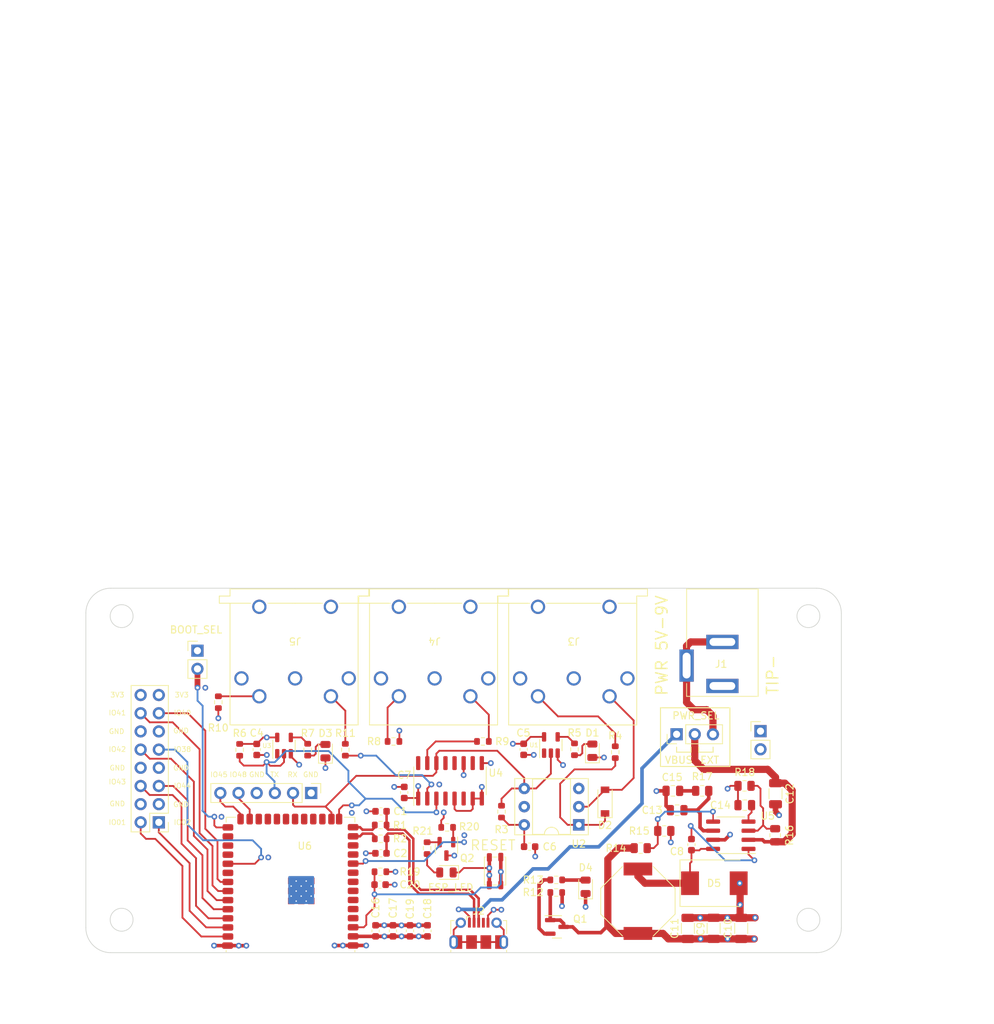
<source format=kicad_pcb>
(kicad_pcb (version 20211014) (generator pcbnew)
  (layers (0 "F.Cu" signal) (1 "In1.Cu" signal) (2 "In2.Cu" signal) (31 "B.Cu" signal) (34 "B.Paste" user) (35 "F.Paste" user) (36 "B.SilkS" user "B.Silkscreen") (37 "F.SilkS" user "F.Silkscreen") (38 "B.Mask" user) (39 "F.Mask" user) (44 "Edge.Cuts" user))
  (net 0 "")
  (net 1 "+3V3")
  (net 2 "GND")
  (net 3 "Net-(D1-Pad2)")
  (net 4 "/d_P")
  (net 5 "/d_N")
  (net 6 "Net-(C8-Pad1)")
  (net 7 "Net-(C8-Pad2)")
  (net 8 "Net-(C13-Pad1)")
  (net 9 "/ESP-WROOM-32/nRESET")
  (net 10 "Net-(D4-Pad2)")
  (net 11 "/ESP-WROOM-32/MIDI_RX")
  (net 12 "/ESP-WROOM-32/MIDI_TX")
  (net 13 "Net-(Q1-Pad2)")
  (net 14 "/ESP-WROOM-32/IO41")
  (net 15 "Net-(ESP_LED1-Pad2)")
  (net 16 "/ESP-WROOM-32/IO40")
  (net 17 "/ESP-WROOM-32/IO38")
  (net 18 "VBUS")
  (net 19 "/ESP-WROOM-32/LED")
  (net 20 "Net-(R5-Pad1)")
  (net 21 "Net-(C14-Pad1)")
  (net 22 "Net-(R9-Pad2)")
  (net 23 "Net-(R11-Pad2)")
  (net 24 "Net-(R14-Pad2)")
  (net 25 "Net-(C15-Pad1)")
  (net 26 "Net-(R16-Pad2)")
  (net 27 "Net-(D2-Pad1)")
  (net 28 "Net-(D2-Pad2)")
  (net 29 "Net-(D3-Pad2)")
  (net 34 "Net-(R7-Pad1)")
  (net 39 "Net-(J4-Pad4)")
  (net 42 "Net-(J5-Pad5)")
  (net 43 "Net-(J5-Pad4)")
  (net 46 "Net-(Q2-Pad2)")
  (net 48 "unconnected-(J2-Pad6)")
  (net 49 "/POWER/VIN")
  (net 50 "Net-(J1-Pad2)")
  (net 54 "Net-(J3-Pad4)")
  (net 55 "Net-(J4-Pad5)")
  (net 56 "/ESP-WROOM-32/IO02")
  (net 57 "/USB_DP")
  (net 58 "/USB_DN")
  (net 59 "Net-(BOOT_SEL1-Pad2)")
  (net 60 "/ESP-WROOM-32/IO42")
  (net 74 "/ESP-WROOM-32/IO48")
  (net 79 "/ESP-WROOM-32/IO45")
  (net 81 "/ESP-WROOM-32/RXDO")
  (net 82 "/ESP-WROOM-32/TXD0")
  (net 83 "/ESP-WROOM-32/IO01")
  (footprint "Resistor_SMD:R_0603_1608Metric" (layer "F.Cu") (at 140.7 81.4 -90)
    (fp_text reference "R5")
    (fp_text value "430R")
  )
  (footprint "Resistor_SMD:R_0603_1608Metric" (layer "F.Cu") (at 138.15 99.6375)
    (fp_text reference "R13")
    (fp_text value "330R")
  )
  (footprint "Resistor_SMD:R_0603_1608Metric" (layer "F.Cu") (at 127.9 80.3 180)
    (fp_text reference "R9")
    (fp_text value "10R")
  )
  (footprint "Package_TO_SOT_SMD:SOT-23" (layer "F.Cu") (at 138.25 106.2)
    (fp_text reference "Q1")
    (fp_text value "2N7002")
  )
  (footprint "Capacitor_SMD:C_0603_1608Metric" (layer "F.Cu") (at 113.65 95.92 180)
    (fp_text reference "C2")
    (fp_text value "0.1uF")
  )
  (footprint "User_Global_Library:FC68148_DC_BARREL" (layer "F.Cu") (at 156.37 74.005)
    (fp_text reference "J1")
    (fp_text value "Barrel_Jack_Switch_Pin3Ring")
  )
  (footprint "Resistor_SMD:R_0603_1608Metric" (layer "F.Cu") (at 122.9 92.3)
    (fp_text reference "R20")
    (fp_text value "10K")
  )
  (footprint "User_Global_Library:SRU1038-5R2Y" (layer "F.Cu") (at 144.3125 96.9625 -90)
    (fp_text reference "SRU1038-5R2Y1" hide)
    (fp_text value "5.2uH (DCR: 0.022R) (IDC:4.6A)")
  )
  (footprint "Connector_PinHeader_2.54mm:PinHeader_1x06_P2.54mm_Vertical" (layer "F.Cu") (at 103.9 87.5 -90)
    (fp_text reference "J6" hide)
    (fp_text value "Conn_01x06_Male")
  )
  (footprint "User_Global_Library:ESP32-S3-WROOM-1" (layer "F.Cu") (at 110.9075 89.9925 180)
    (fp_text reference "U6")
    (fp_text value "ESP32-S3-WROOM-1" hide)
  )
  (footprint "Capacitor_SMD:C_0603_1608Metric" (layer "F.Cu") (at 134.43 95)
    (fp_text reference "C6")
    (fp_text value "0.1uF")
  )
  (footprint "Capacitor_SMD:C_0603_1608Metric" (layer "F.Cu") (at 113.66 90.06)
    (fp_text reference "C1")
    (fp_text value "0.1uF")
  )
  (footprint "Capacitor_SMD:C_0603_1608Metric" (layer "F.Cu") (at 133.6 81.4 -90)
    (fp_text reference "C5")
    (fp_text value "0.1uF")
  )
  (footprint "LED_SMD:LED_0805_2012Metric" (layer "F.Cu") (at 142.25 100.6 90)
    (fp_text reference "D4")
    (fp_text value "LED")
  )
  (footprint "Resistor_SMD:R_0603_1608Metric" (layer "F.Cu") (at 130.5 90.1 -90)
    (fp_text reference "R3")
    (fp_text value "1K")
  )
  (footprint "Capacitor_SMD:C_0603_1608Metric" (layer "F.Cu") (at 112.9 106.75 -90)
    (fp_text reference "C16")
    (fp_text value "0.1uF")
  )
  (footprint "Connector_PinHeader_2.54mm:PinHeader_1x02_P2.54mm_Vertical" (layer "F.Cu") (at 166.7 78.86)
    (fp_text reference "CONN1" hide)
    (fp_text value "Conn_01x02_Male")
  )
  (footprint "Capacitor_SMD:C_0603_1608Metric" (layer "F.Cu") (at 157.05 94.71 90)
    (fp_text reference "C8")
    (fp_text value "100nF")
  )
  (footprint "Resistor_SMD:R_0603_1608Metric" (layer "F.Cu") (at 93.9 81.47 90)
    (fp_text reference "R6")
    (fp_text value "10K")
  )
  (footprint "Resistor_SMD:R_0603_1608Metric" (layer "F.Cu") (at 113.575 98.5)
    (fp_text reference "R19")
    (fp_text value "10K")
  )
  (footprint "Capacitor_SMD:C_0805_2012Metric" (layer "F.Cu") (at 155.05 89.9 180)
    (fp_text reference "C13")
    (fp_text value "10pF 50VDC")
  )
  (footprint "Resistor_SMD:R_0805_2012Metric" (layer "F.Cu") (at 168.75 93.4 90)
    (fp_text reference "R16")
    (fp_text value "169k (63mW)")
  )
  (footprint "Capacitor_SMD:C_0805_2012Metric" (layer "F.Cu") (at 154.45 87.2 180)
    (fp_text reference "C15")
    (fp_text value "1.2nF 50VDC")
  )
  (footprint "Diode_SMD:D_SMC" (layer "F.Cu") (at 160.25 100.1)
    (fp_text reference "D5")
    (fp_text value "B540C-13-F (VRRM:40VDC) (Io:5A)")
  )
  (footprint "Capacitor_SMD:C_1206_3216Metric" (layer "F.Cu") (at 168.8 87.6 -90)
    (fp_text reference "C12")
    (fp_text value "22uF 16VDC")
  )
  (footprint "Resistor_SMD:R_0603_1608Metric" (layer "F.Cu") (at 113.61 91.975)
    (fp_text reference "R1")
    (fp_text value "0R")
  )
  (footprint "User_Global_Library:SPST_SW_3x4X2" (layer "F.Cu") (at 130.4 100.1 90)
    (fp_text reference "U7" hide)
    (fp_text value "SPST_SW_3x4x2H")
  )
  (footprint "Resistor_SMD:R_0805_2012Metric" (layer "F.Cu") (at 153.25 92.8)
    (fp_text reference "R15")
    (fp_text value "3.24K (63mW)")
  )
  (footprint "Package_TO_SOT_SMD:SOT-23-5" (layer "F.Cu") (at 137.4 80.8 90)
    (fp_text reference "U1")
    (fp_text value "SN74LVC1G04DBVR")
  )
  (footprint "Package_SO:SOIC-16_3.9x9.9mm_P1.27mm" (layer "F.Cu") (at 123.3 85.8 90)
    (fp_text reference "U4")
    (fp_text value "74HC4050")
  )
  (footprint "Resistor_SMD:R_0805_2012Metric" (layer "F.Cu") (at 158.55 87.2 180)
    (fp_text reference "R17")
    (fp_text value "23.2K (63mW)")
  )
  (footprint "Resistor_SMD:R_0805_2012Metric" (layer "F.Cu") (at 164.4625 86.5 180)
    (fp_text reference "R18")
    (fp_text value "69.8k (63mW)")
  )
  (footprint "Diode_SMD:D_SOD-123" (layer "F.Cu") (at 144.97 88.7 90)
    (fp_text reference "D2")
    (fp_text value "1N4148W")
  )
  (footprint "Connector_PinHeader_2.54mm:PinHeader_2x08_P2.54mm_Vertical" (layer "F.Cu") (at 82.6 91.6 180)
    (fp_text reference "J7" hide)
    (fp_text value "Conn_02x08_Odd_Even")
  )
  (footprint "User_Global_Library:5PIN_DIN" (layer "F.Cu") (at 140.6 59 180)
    (fp_text reference "J3")
    (fp_text value "DIN-5_180degree")
  )
  (footprint "Capacitor_SMD:C_0603_1608Metric" (layer "F.Cu") (at 96.29 81.42 -90)
    (fp_text reference "C4")
    (fp_text value "0.1uF")
  )
  (footprint "Capacitor_SMD:C_1206_3216Metric" (layer "F.Cu") (at 164 106.41 90)
    (fp_text reference "C10")
    (fp_text value "47uF")
  )
  (footprint "LED_SMD:LED_0805_2012Metric" (layer "F.Cu") (at 143.2 81.6 90)
    (fp_text reference "D1")
    (fp_text value "LED")
  )
  (footprint "Package_SO:SOIC-8_3.9x4.9mm_P1.27mm" (layer "F.Cu") (at 162.55 93.4 180)
    (fp_text reference "U5")
    (fp_text value "TPS54331DR")
  )
  (footprint "Capacitor_SMD:C_0603_1608Metric" (layer "F.Cu") (at 115.33 106.75 -90)
    (fp_text reference "C17")
    (fp_text value "0.1uF")
  )
  (footprint "Resistor_SMD:R_0603_1608Metric" (layer "F.Cu") (at 120.1 95.2 90)
    (fp_text reference "R21")
    (fp_text value "430R")
  )
  (footprint "Package_DIP:DIP-6_W7.62mm_Socket" (layer "F.Cu") (at 141.3 91.95 180)
    (fp_text reference "U2")
    (fp_text value "H11L1")
  )
  (footprint "Capacitor_SMD:C_0603_1608Metric" (layer "F.Cu") (at 116.9 87.425 90)
    (fp_text reference "C7")
    (fp_text value "0.1uF")
  )
  (footprint "Connector_PinHeader_2.54mm:PinHeader_1x03_P2.54mm_Vertical" (layer "F.Cu") (at 154.975 79.3 90)
    (fp_text reference "PWR_SEL")
    (fp_text value "Conn_01x03_Male")
  )
  (footprint "Capacitor_SMD:C_0603_1608Metric" (layer "F.Cu") (at 117.71 106.75 -90)
    (fp_text reference "C19")
    (fp_text value "1uF")
  )
  (footprint "Capacitor_SMD:C_1206_3216Metric" (layer "F.Cu") (at 160.15 106.4 90)
    (fp_text reference "C9")
    (fp_text value "47uF")
  )
  (footprint "Package_TO_SOT_SMD:SOT-23" (layer "F.Cu") (at 122.8 95.3 -90)
    (fp_text reference "Q2")
    (fp_text value "2N7002")
  )
  (footprint "Capacitor_SMD:C_1206_3216Metric" (layer "F.Cu") (at 156.55 106.41 90)
    (fp_text reference "C11")
    (fp_text value "47uF")
  )
  (footprint "Resistor_SMD:R_0603_1608Metric" (layer "F.Cu") (at 113.61 93.9)
    (fp_text reference "R2")
    (fp_text value "0R")
  )
  (footprint "Resistor_SMD:R_0805_2012Metric" (layer "F.Cu") (at 149.95 95.2)
    (fp_text reference "R14")
    (fp_text value "10.2K (63mW)")
  )
  (footprint "User_Global_Library:5PIN_DIN" (layer "F.Cu") (at 101.65 58.995 180)
    (fp_text reference "J5")
    (fp_text value "DIN-5_180degree")
  )
  (footprint "Connector_USB:USB_Micro-B_Molex-105017-0001" (layer "F.Cu") (at 127.31 107.08)
    (fp_text reference "J2")
    (fp_text value "USB_B_Micro")
  )
  (footprint "LED_SMD:LED_0805_2012Metric" (layer "F.Cu") (at 105.89 81.66 90)
    (fp_text reference "D3")
    (fp_text value "LED")
  )
  (footprint "Capacitor_SMD:C_0603_1608Metric" (layer "F.Cu") (at 120.15 106.75 -90)
    (fp_text reference "C18")
    (fp_text value "22uF")
  )
  (footprint "LED_SMD:LED_0805_2012Metric" (layer "F.Cu") (at 122.8 98.6 180)
    (fp_text reference "ESP_LED")
    (fp_text value "LED")
  )
  (footprint "Resistor_SMD:R_0603_1608Metric" (layer "F.Cu") (at 90.92 74.82 -90)
    (fp_text reference "R10")
    (fp_text value "33R")
  )
  (footprint "Connector_PinHeader_2.54mm:PinHeader_1x02_P2.54mm_Vertical" (layer "F.Cu") (at 88 67.625)
    (fp_text reference "BOOT_SEL")
    (fp_text value "Conn_01x02_Male")
  )
  (footprint "Resistor_SMD:R_0603_1608Metric" (layer "F.Cu") (at 138.15 101.4 180)
    (fp_text reference "R12")
    (fp_text value "10K")
  )
  (footprint "Package_TO_SOT_SMD:SOT-23-5" (layer "F.Cu") (at 100.1 80.88 90)
    (fp_text reference "U3")
    (fp_text value "SN74LVC1G04DBVR")
  )
  (footprint "Resistor_SMD:R_0603_1608Metric" (layer "F.Cu") (at 103.41 81.45 -90)
    (fp_text reference "R7")
    (fp_text value "430R")
  )
  (footprint "User_Global_Library:5PIN_DIN" (layer "F.Cu") (at 121.15 58.995 180)
    (fp_text reference "J4")
    (fp_text value "DIN-5_180degree")
  )
  (footprint "Resistor_SMD:R_0603_1608Metric" (layer "F.Cu") (at 146.4 81.8 -90)
    (fp_text reference "R4")
    (fp_text value "220R")
  )
  (footprint "Capacitor_SMD:C_0805_2012Metric" (layer "F.Cu") (at 164.5025 89.2 180)
    (fp_text reference "C14")
    (fp_text value "8.2nF 10VDC")
  )
  (footprint "Resistor_SMD:R_0603_1608Metric" (layer "F.Cu") (at 108.67 81.46 -90)
    (fp_text reference "R11")
    (fp_text value "10R")
  )
  (footprint "Resistor_SMD:R_0603_1608Metric" (layer "F.Cu") (at 115.4 80.3)
    (fp_text reference "R8")
    (fp_text value "33R")
  )
  (footprint "Capacitor_SMD:C_0603_1608Metric" (layer "F.Cu") (at 113.525 100.3 180)
    (fp_text reference "C20")
    (fp_text value "0.1uF")
  )
  (gr_rect (start 152.725 75.6) (end 162.425 83.8) (layer "F.SilkS") (width 0.15) (fill none))
  (gr_line (start 156.975 81.8) (end 156.975 81.1) (layer "F.SilkS") (width 0.15))
  (gr_line (start 160.075 81.8) (end 160.075 81.1) (layer "F.SilkS") (width 0.15))
  (gr_line (start 154.975 81.8) (end 156.975 81.8) (layer "F.SilkS") (width 0.15))
  (gr_line (start 158.075 81.1) (end 158.075 81.8) (layer "F.SilkS") (width 0.15))
  (gr_line (start 158.075 81.8) (end 160.075 81.8) (layer "F.SilkS") (width 0.15))
  (gr_line (start 154.975 81.1) (end 154.975 81.8) (layer "F.SilkS") (width 0.15))
  (gr_circle (center 173.4 105.203515) (end 175 105.203515) (layer "Edge.Cuts") (width 0.1) (fill none))
  (gr_circle (center 77.4 105.2) (end 79 105.2) (layer "Edge.Cuts") (width 0.1) (fill none))
  (gr_arc (start 174.541124 58.899999) (mid 176.989385 59.939622) (end 178 62.4) (layer "Edge.Cuts") (width 0.1))
  (gr_circle (center 77.4 62.8) (end 79 62.8) (layer "Edge.Cuts") (width 0.1) (fill none))
  (gr_arc (start 72.399999 62.358876) (mid 73.439622 59.910615) (end 75.9 58.9) (layer "Edge.Cuts") (width 0.1))
  (gr_line (start 178 62.4) (end 178.000001 106.341124) (layer "Edge.Cuts") (width 0.1))
  (gr_line (start 174.5 109.8) (end 75.858876 109.800001) (layer "Edge.Cuts") (width 0.1))
  (gr_circle (center 173.4 62.8) (end 175 62.8) (layer "Edge.Cuts") (width 0.1) (fill none))
  (gr_line (start 75.9 58.9) (end 174.541124 58.899999) (layer "Edge.Cuts") (width 0.1))
  (gr_line (start 72.4 106.3) (end 72.399999 62.358876) (layer "Edge.Cuts") (width 0.1))
  (gr_arc (start 178.000001 106.341124) (mid 176.960378 108.789385) (end 174.5 109.8) (layer "Edge.Cuts") (width 0.1))
  (gr_arc (start 75.858876 109.800001) (mid 73.410615 108.760378) (end 72.4 106.3) (layer "Edge.Cuts") (width 0.1))
  (gr_text "RX\n" (at 101.29 84.94) (layer "F.SilkS") (effects (font (size 0.7 0.7) (thickness 0.1))))
  (gr_text "GND\n" (at 85.7 89.1) (layer "F.SilkS") (effects (font (size 0.7 0.7) (thickness 0.1))))
  (gr_text "TIP-" (at 168.4 71 90) (layer "F.SilkS") (effects (font (size 1.6 1.6) (thickness 0.2))))
  (gr_text "IO42\n" (at 76.8 81.4) (layer "F.SilkS") (effects (font (size 0.7 0.7) (thickness 0.1))))
  (gr_text "3V3\n" (at 76.8 73.8) (layer "F.SilkS") (effects (font (size 0.7 0.7) (thickness 0.1))))
  (gr_text "VBUS" (at 155.275 82.9) (layer "F.SilkS") (effects (font (size 1 1))))
  (gr_text "IO38\n" (at 85.9 81.4) (layer "F.SilkS") (effects (font (size 0.7 0.7) (thickness 0.1))))
  (gr_text "IO01\n" (at 76.8 91.6) (layer "F.SilkS") (effects (font (size 0.7 0.7) (thickness 0.1))))
  (gr_text "EXT\n" (at 159.6 82.9) (layer "F.SilkS") (effects (font (size 1 1))))
  (gr_text "IO43\n\n" (at 76.8 86.5) (layer "F.SilkS") (effects (font (size 0.7 0.7) (thickness 0.1))))
  (gr_text "IO40\n" (at 85.9 76.3) (layer "F.SilkS") (effects (font (size 0.7 0.7) (thickness 0.1))))
  (gr_text "IO45\n\n" (at 91 85.5) (layer "F.SilkS") (effects (font (size 0.7 0.7) (thickness 0.1))))
  (gr_text "TX\n" (at 98.78 84.93) (layer "F.SilkS") (effects (font (size 0.7 0.7) (thickness 0.1))))
  (gr_text "IO41" (at 76.8 76.3) (layer "F.SilkS") (effects (font (size 0.7 0.7) (thickness 0.1))))
  (gr_text "PWR 5V-9V" (at 152.9 66.9 90) (layer "F.SilkS") (effects (font (size 1.6 1.6) (thickness 0.2))))
  (gr_text "RESET\n" (at 129.3 94.8) (layer "F.SilkS") (effects (font (size 1.4 1.4))))
  (gr_text "GND\n" (at 96.3 84.93) (layer "F.SilkS") (effects (font (size 0.7 0.7) (thickness 0.1))))
  (gr_text "GND\n" (at 76.7 78.9) (layer "F.SilkS") (effects (font (size 0.7 0.7) (thickness 0.1))))
  (gr_text "GND\n" (at 103.84 84.93) (layer "F.SilkS") (effects (font (size 0.7 0.7) (thickness 0.1))))
  (gr_text "GND\n" (at 76.8 89) (layer "F.SilkS") (effects (font (size 0.7 0.7) (thickness 0.1))))
  (gr_text "IO48\n" (at 93.7 84.93) (layer "F.SilkS") (effects (font (size 0.7 0.7) (thickness 0.1))))
  (gr_text "GND\n" (at 76.8 84) (layer "F.SilkS") (effects (font (size 0.7 0.7) (thickness 0.1))))
  (gr_text "IO02\n" (at 85.9 91.6) (layer "F.SilkS") (effects (font (size 0.7 0.7) (thickness 0.1))))
  (gr_text "3V3\n" (at 85.8 73.8) (layer "F.SilkS") (effects (font (size 0.7 0.7) (thickness 0.1))))
  (gr_text "IO44" (at 85.9 86.5) (layer "F.SilkS") (effects (font (size 0.7 0.7) (thickness 0.1))))
  (gr_text "GND\n" (at 85.7 78.8) (layer "F.SilkS") (effects (font (size 0.7 0.7) (thickness 0.1))))
  (gr_text "GND\n" (at 85.7 84) (layer "F.SilkS") (effects (font (size 0.7 0.7) (thickness 0.1))))
  (segment (start 123.9 96.237562) (end 123.899938 96.2375) (width 0.25) (layer "F.Cu") (net 1))
  (segment (start 156.53 107.955) (end 156.45 107.875) (width 0.5) (layer "F.Cu") (net 1))
  (segment (start 153.0625 107.1125) (end 149.5625 107.1125) (width 1) (layer "F.Cu") (net 1))
  (segment (start 137.3125 105.25) (end 137.3125 101.4125) (width 0.5) (layer "F.Cu") (net 1))
  (segment (start 158.325 107.875) (end 156.45 107.875) (width 1) (layer "F.Cu") (net 1))
  (segment (start 162.095 107.875) (end 159.185 107.875) (width 1) (layer "F.Cu") (net 1))
  (segment (start 159.25 107.94) (end 159.185 107.875) (width 0.5) (layer "F.Cu") (net 1))
  (segment (start 149.5625 107.1125) (end 146.4525 107.1125) (width 1) (layer "F.Cu") (net 1))
  (segment (start 116.9 88.2) (end 118.78 88.2) (width 0.25) (layer "F.Cu") (net 1))
  (segment (start 137.3125 101.4125) (end 137.325 101.4) (width 0.5) (layer "F.Cu") (net 1))
  (segment (start 114.4 98.5) (end 115.675 98.5) (width 0.25) (layer "F.Cu") (net 1))
  (segment (start 138.7 105.25) (end 137.3125 105.25) (width 0.5) (layer "F.Cu") (net 1))
  (segment (start 133.68 94.975) (end 133.68 91.95) (width 0.25) (layer "F.Cu") (net 1))
  (segment (start 116.225 80.3) (end 116.225 78.792522) (width 0.25) (layer "F.Cu") (net 1))
  (segment (start 139.1875 105.7375) (end 138.7 105.25) (width 0.5) (layer "F.Cu") (net 1))
  (segment (start 120.1475 107.5225) (end 120.15 107.525) (width 0.5) (layer "F.Cu") (net 1))
  (segment (start 164.000084 107.884916) (end 165.838645 107.884916) (width 1) (layer "F.Cu") (net 1))
  (segment (start 118.855 86.530953) (end 118.855575 86.530378) (width 0.25) (layer "F.Cu") (net 1))
  (segment (start 99.15 79.7425) (end 97.6875 79.7425) (width 0.25) (layer "F.Cu") (net 1))
  (segment (start 118.9175 107.5225) (end 120.1475 107.5225) (width 0.5) (layer "F.Cu") (net 1))
  (segment (start 90.92 75.645) (end 90.91952 75.64548) (width 0.25) (layer "F.Cu") (net 1))
  (segment (start 90.91952 75.64548) (end 90.91952 77.06048) (width 0.25) (layer "F.Cu") (net 1))
  (segment (start 156.45 107.875) (end 153.825 107.875) (width 1) (layer "F.Cu") (net 1))
  (segment (start 145.36 106.02) (end 145.36 96.74) (width 1) (layer "F.Cu") (net 1))
  (segment (start 164 107.885) (end 164.000084 107.884916) (width 1) (layer "F.Cu") (net 1))
  (segment (start 141.25 107) (end 144.38 107) (width 0.5) (layer "F.Cu") (net 1))
  (segment (start 146.9 95.2) (end 149.0375 95.2) (width 1) (layer "F.Cu") (net 1))
  (segment (start 133.6 80.625) (end 132.087887 80.625) (width 0.25) (layer "F.Cu") (net 1))
  (segment (start 116.5275 107.5225) (end 118.9175 107.5225) (width 0.5) (layer "F.Cu") (net 1))
  (segment (start 159.185 107.875) (end 158.325 107.875) (width 1) (layer "F.Cu") (net 1))
  (segment (start 146.4525 107.1125) (end 145.36 106.02) (width 1) (layer "F.Cu") (net 1))
  (segment (start 118.78 88.2) (end 118.855 88.275) (width 0.25) (layer "F.Cu") (net 1))
  (segment (start 118.855 88.275) (end 118.855 86.530953) (width 0.25) (layer "F.Cu") (net 1))
  (segment (start 139.1875 106.2) (end 140.45 106.2) (width 0.5) (layer "F.Cu") (net 1))
  (segment (start 163.85 107.875) (end 162.095 107.875) (width 1) (layer "F.Cu") (net 1))
  (segment (start 136.45 79.6625) (end 134.5625 79.6625) (width 0.25) (layer "F.Cu") (net 1))
  (segment (start 97.6875 79.7425) (end 97.1925 79.7425) (width 0.25) (layer "F.Cu") (net 1))
  (segment (start 131.525 91.95) (end 130.5 90.925) (width 0.25) (layer "F.Cu") (net 1))
  (segment (start 93.896732 80.648268) (end 93.9 80.645) (width 0.25) (layer "F.Cu") (net 1))
  (segment (start 133.655 95) (end 133.68 94.975) (width 0.25) (layer "F.Cu") (net 1))
  (segment (start 144.38 107) (end 145.36 106.02) (width 0.5) (layer "F.Cu") (net 1))
  (segment (start 97.1925 79.7425) (end 96.29 80.645) (width 0.25) (layer "F.Cu") (net 1))
  (segment (start 145.36 96.74) (end 146.9 95.2) (width 1) (layer "F.Cu") (net 1))
  (segment (start 140.45 106.2) (end 141.25 107) (width 0.5) (layer "F.Cu") (net 1))
  (segment (start 153.825 107.875) (end 153.0625 107.1125) (width 1) (layer "F.Cu") (net 1))
  (segment (start 109.7575 107.5225) (end 114.1275 107.5225) (width 0.5) (layer "F.Cu") (net 1))
  (segment (start 114.1275 107.5225) (end 116.5275 107.5225) (width 0.5) (layer "F.Cu") (net 1))
  (segment (start 134.5625 79.6625) (end 133.6 80.625) (width 0.25) (layer "F.Cu") (net 1))
  (segment (start 123.899938 96.2375) (end 122.8 96.2375) (width 0.25) (layer "F.Cu") (net 1))
  (segment (start 139.1875 106.2) (end 139.1875 105.7375) (width 0.5) (layer "F.Cu") (net 1))
  (segment (start 116.225 78.792522) (end 116.223198 78.79072) (width 0.25) (layer "F.Cu") (net 1))
  (segment (start 96.29 80.645) (end 93.9 80.645) (width 0.25) (layer "F.Cu") (net 1))
  (segment (start 133.68 91.95) (end 131.525 91.95) (width 0.25) (layer "F.Cu") (net 1))
  (segment (start 116.925 88.175) (end 116.9 88.2) (width 0.25) (layer "F.Cu") (net 1))
  (segment (start 132.087887 80.625) (end 132.087112 80.625775) (width 0.25) (layer "F.Cu") (net 1))
  (via (at 162.095 107.875) (size 0.8) (drill 0.4) (layers "F.Cu" "B.Cu") (net 1))
  (via (at 118.9175 107.5225) (size 0.8) (drill 0.4) (layers "F.Cu" "B.Cu") (net 1))
  (via (at 97.6875 79.7425) (size 0.8) (drill 0.4) (layers "F.Cu" "B.Cu") (net 1))
  (via (at 116.5275 107.5225) (size 0.8) (drill 0.4) (layers "F.Cu" "B.Cu") (net 1))
  (via (at 114.1275 107.5225) (size 0.8) (drill 0.4) (layers "F.Cu" "B.Cu") (net 1))
  (via (at 165.838645 107.884916) (size 0.8) (drill 0.4) (layers "F.Cu" "B.Cu") (net 1))
  (via (at 132.087112 80.625775) (size 0.8) (drill 0.4) (layers "F.Cu" "B.Cu") (net 1))
  (via (at 90.91952 77.06048) (size 0.8) (drill 0.4) (layers "F.Cu" "B.Cu") (net 1))
  (via (at 118.855575 86.530378) (size 0.8) (drill 0.4) (layers "F.Cu" "B.Cu") (net 1))
  (via (at 116.223198 78.79072) (size 0.8) (drill 0.4) (layers "F.Cu" "B.Cu") (net 1))
  (via (at 115.675 98.5) (size 0.8) (drill 0.4) (layers "F.Cu" "B.Cu") (net 1))
  (via (at 123.9 96.237562) (size 0.8) (drill 0.4) (layers "F.Cu" "B.Cu") (net 1))
  (via (at 158.325 107.875) (size 0.8) (drill 0.4) (layers "F.Cu" "B.Cu") (net 1))
  (segment (start 152.18 87.2) (end 152.15 87.23) (width 0.5) (layer "F.Cu") (net 2))
  (segment (start 101.1075 101.1825) (end 103.9075 101.1825) (width 0.25) (layer "F.Cu") (net 2))
  (segment (start 168.8 90.1) (end 169.3 90.6) (width 0.8) (layer "F.Cu") (net 2))
  (segment (start 138.35 81.9375) (end 138.35 82.85) (width 0.25) (layer "F.Cu") (net 2))
  (segment (start 97.685 82.195) (end 97.69 82.19) (width 0.25) (layer "F.Cu") (net 2))
  (segment (start 135.205 95) (end 135.205 96.356261) (width 0.25) (layer "F.Cu") (net 2))
  (segment (start 127.745 86.642055) (end 127.745 88.275) (width 0.25) (layer "F.Cu") (net 2))
  (segment (start 111.535 95.92) (end 111.53 95.915) (width 0.25) (layer "F.Cu") (net 2))
  (segment (start 90.3225 108.8125) (end 90.32 108.81) (width 0.5) (layer "F.Cu") (net 2))
  (segment (start 123.7375 98.6) (end 124.6 98.6) (width 0.25) (layer "F.Cu") (net 2))
  (segment (start 108.3275 108.7925) (end 109.7575 108.7925) (width 0.5) (layer "F.Cu") (net 2))
  (segment (start 144.8175 82.5375) (end 144.82 82.54) (width 0.25) (layer "F.Cu") (net 2))
  (segment (start 115.500957 86.649248) (end 116.899248 86.649248) (width 0.25) (layer "F.Cu") (net 2))
  (segment (start 153.5 89.3) (end 154.1 89.9) (width 0.5) (layer "F.Cu") (net 2))
  (segment (start 129.4 103.8) (end 130.47 103.8) (width 0.25) (layer "F.Cu") (net 2))
  (segment (start 163.85 104.925) (end 162.075 104.925) (width 1) (layer "F.Cu") (net 2))
  (segment (start 108.32 108.8) (end 108.3275 108.7925) (width 0.5) (layer "F.Cu") (net 2))
  (segment (start 168.8 89.075) (end 168.8 90.1) (width 0.8) (layer "F.Cu") (net 2))
  (segment (start 111.612814 90.06) (end 112.885 90.06) (width 0.25) (layer "F.Cu") (net 2))
  (segment (start 103.9075 99.7825) (end 103.9075 102.5825) (width 0.25) (layer "F.Cu") (net 2))
  (segment (start 92.2075 108.8125) (end 93.8675 108.8125) (width 0.5) (layer "F.Cu") (net 2))
  (segment (start 160.075 94.035) (end 161.725 94.035) (width 0.5) (layer "F.Cu") (net 2))
  (segment (start 153.5 87.2) (end 153.5 89.3) (width 0.5) (layer "F.Cu") (net 2))
  (segment (start 125.207207 85) (end 125.207207 83.327207) (width 0.25) (layer "F.Cu") (net 2))
  (segment (start 153.5 87.2) (end 152.18 87.2) (width 0.5) (layer "F.Cu") (net 2))
  (segment (start 102.5075 99.7825) (end 102.5075 102.5825) (width 0.25) (layer "F.Cu") (net 2))
  (segment (start 126.2 90) (end 124.2 90) (width 0.25) (layer "F.Cu") (net 2))
  (segment (start 93.77 108.82) (end 94.83 108.82) (width 0.5) (layer "F.Cu") (net 2))
  (segment (start 138.975 101.4) (end 138.975 103.275) (width 0.5) (layer "F.Cu") (net 2))
  (segment (start 163.55 86.5) (end 162.5 86.5) (width 0.25) (layer "F.Cu") (net 2))
  (segment (start 163.5525 89.2) (end 163.5525 86.5025) (width 0.25) (layer "F.Cu") (net 2))
  (segment (start 101.05 82.38) (end 101.05 82.0175) (width 0.25) (layer "F.Cu") (net 2))
  (segment (start 102.22 83.55) (end 101.05 82.38) (width 0.25) (layer "F.Cu") (net 2))
  (segment (start 154.1625 94.389336) (end 154.1625 92.8) (width 0.25) (layer "F.Cu") (net 2))
  (segment (start 120.15 105.975) (end 112.9 105.975) (width 0.5) (layer "F.Cu") (net 2))
  (segment (start 128.8 98.97) (end 128.8 97.98) (width 0.5) (layer "F.Cu") (net 2))
  (segment (start 128.8 100.35) (end 128.8 98.97) (width 0.5) (layer "F.Cu") (net 2))
  (segment (start 109.7575 108.7925) (end 111.5725 108.7925) (width 0.5) (layer "F.Cu") (net 2))
  (segment (start 162.075 104.925) (end 158.275 104.925) (width 1) (layer "F.Cu") (net 2))
  (segment (start 128.61 105.6175) (end 128.61 104.59) (width 0.25) (layer "F.Cu") (net 2))
  (segment (start 154.163164 94.39) (end 154.1625 94.389336) (width 0.25) (layer "F.Cu") (net 2))
  (segment (start 135.004069 82.175) (end 135.004904 82.175835) (width 0.25) (layer "F.Cu") (net 2))
  (segment (start 114.3 100.3) (end 115.575 100.3) (width 0.25) (layer "F.Cu") (net 2))
  (segment (start 126.475 88.275) (end 126.475 89.725) (width 0.25) (layer "F.Cu") (net 2))
  (segment (start 128.8 97.98) (end 128.8 96.5) (width 0.5) (layer "F.Cu") (net 2))
  (segment (start 133.6 82.175) (end 135.004069 82.175) (width 0.25) (layer "F.Cu") (net 2))
  (segment (start 101.1075 102.5825) (end 103.9075 102.5825) (width 0.25) (layer "F.Cu") (net 2))
  (segment (start 158.275 104.925) (end 156.45 104.925) (width 1) (layer "F.Cu") (net 2))
  (segment (start 163.5525 86.9025) (end 163.55 86.9) (width 0.25) (layer "F.Cu") (net 2))
  (segment (start 142.25 101.5375) (end 142.25 103.4) (width 0.5) (layer "F.Cu") (net 2))
  (segment (start 161.725 94.035) (end 162.45 93.31) (width 0.5) (layer "F.Cu") (net 2))
  (segment (start 127.744424 86.641479) (end 127.745 86.642055) (width 0.25) (layer "F.Cu") (net 2))
  (segment (start 126.475 88.275) (end 127.745 88.275) (width 0.25) (layer "F.Cu") (net 2))
  (segment (start 105.89 82.5975) (end 105.89 84.02) (width 0.25) (layer "F.Cu") (net 2))
  (segment (start 135.205 96.356261) (end 135.211441 96.362702) (width 0.25) (layer "F.Cu") (net 2))
  (segment (start 162.5 86.5) (end 162.1 86.9) (width 0.25) (layer "F.Cu") (net 2))
  (segment (start 122.075 92.3) (end 122.075 91.325) (width 0.25) (layer "F.Cu") (net 2))
  (segment (start 125.207207 83.327207) (end 125.205 83.325) (width 0.25) (layer "F.Cu") (net 2))
  (segment (start 163.5525 86.5025) (end 163.55 86.5) (width 0.25) (layer "F.Cu") (net 2))
  (segment (start 126.475 89.725) (end 126.2 90) (width 0.25) (layer "F.Cu") (net 2))
  (segment (start 143.2 82.5375) (end 144.8175 82.5375) (width 0.25) (layer "F.Cu") (net 2))
  (segment (start 128.61 104.59) (end 129.4 103.8) (width 0.25) (layer "F.Cu") (net 2))
  (segment (start 138.35 82.85) (end 139.1 83.6) (width 0.25) (layer "F.Cu") (net 2))
  (segment (start 165.935 104.925) (end 165.95 104.91) (width 1) (layer "F.Cu") (net 2))
  (segment (start 122.423437 90.976563) (end 122.423437 90.208525) (width 0.25) (layer "F.Cu") (net 2))
  (segment (start 124.2 90) (end 123.935 89.735) (width 0.25) (layer "F.Cu") (net 2))
  (segment (start 107.16 108.8) (end 108.32 108.8) (width 0.5) (layer "F.Cu") (net 2))
  (segment (start 129.005111 83.325439) (end 127.745439 83.325439) (width 0.25) (layer "F.Cu") (net 2))
  (segment (start 92.2075 108.8125) (end 90.3225 108.8125) (width 0.5) (layer "F.Cu") (net 2))
  (segment (start 163.85 104.925) (end 163.85 103.1) (width 1) (layer "F.Cu") (net 2))
  (segment (start 101.1075 99.7825) (end 103.9075 99.7825) (width 0.25) (layer "F.Cu") (net 2))
  (segment (start 112.875 95.92) (end 111.535 95.92) (width 0.25) (layer "F.Cu") (net 2))
  (segment (start 125.22 97.98) (end 128.8 97.98) (width 0.25) (layer "F.Cu") (net 2))
  (segment (start 101.1075 99.7825) (end 101.1075 102.5825) (width 0.25) (layer "F.Cu") (net 2))
  (segment (start 138.975 103.275) (end 138.95 103.3) (width 0.5) (layer "F.Cu") (net 2))
  (segment (start 123.935 89.735) (end 123.935 88.275) (width 0.25) (layer "F.Cu") (net 2))
  (segment (start 116.899248 86.649248) (end 116.9 86.65) (width 0.25) (layer "F.Cu") (net 2))
  (segment (start 96.29 82.195) (end 97.685 82.195) (width 0.25) (layer "F.Cu") (net 2))
  (segment (start 111.611195 90.061619) (end 111.612814 90.06) (width 0.25) (layer "F.Cu") (net 2))
  (segment (start 163.85 103.1) (end 163.85 100.3) (width 1) (layer "F.Cu") (net 2))
  (segment (start 124.6 98.6) (end 125.22 97.98) (width 0.25) (layer "F.Cu") (net 2))
  (segment (start 127.745439 83.325439) (end 127.745 83.325) (width 0.25) (layer "F.Cu") (net 2))
  (segment (start 111.5725 108.7925) (end 111.58 108.8) (width 0.5) (layer "F.Cu") (net 2))
  (segment (start 163.85 100.3) (end 163.65 100.1) (width 1) (layer "F.Cu") (net 2))
  (segment (start 163.85 104.925) (end 165.935 104.925) (width 1) (layer "F.Cu") (net 2))
  (segment (start 122.075 91.325) (end 122.423437 90.976563) (width 0.25) (layer "F.Cu") (net 2))
  (via (at 116.52 105.98) (size 0.8) (drill 0.4) (layers "F.Cu" "B.Cu") (net 2))
  (via (at 89.1 72.8) (size 0.8) (drill 0.4) (layers "F.Cu" "B.Cu") (net 2))
  (via (at 108.32 108.8) (size 0.8) (drill 0.4) (layers "F.Cu" "B.Cu") (net 2))
  (via (at 103.9 101.9) (size 0.4) (drill 0.2) (layers "F.Cu" "B.Cu") (net 2))
  (via (at 165.95 104.91) (size 0.8) (drill 0.4) (layers "F.Cu" "B.Cu") (net 2))
  (via (at 127.744424 86.641479) (size 0.8) (drill 0.4) (layers "F.Cu" "B.Cu") (net 2))
  (via (at 101.8 99.8) (size 0.4) (drill 0.2) (layers "F.Cu" "B.Cu") (net 2))
  (via (at 163.85 103.1) (size 0.8) (drill 0.4) (layers "F.Cu" "B.Cu") (net 2))
  (via (at 94.83 108.82) (size 0.8) (drill 0.4) (layers "F.Cu" "B.Cu") (net 2))
  (via (at 115.500957 86.649248) (size 0.8) (drill 0.4) (layers "F.Cu" "B.Cu") (net 2))
  (via (at 103.2 101.2) (size 0.4) (drill 0.2) (layers "F.Cu" "B.Cu") (net 2))
  (via (at 154.163164 94.39) (size 0.8) (drill 0.4) (layers "F.Cu" "B.Cu") (net 2))
  (via (at 139.1 83.6) (size 0.8) (drill 0.4) (layers "F.Cu" "B.Cu") (net 2))
  (via (at 101.8 101.2) (size 0.4) (drill 0.2) (layers "F.Cu" "B.Cu") (net 2))
  (via (at 111.58 108.8) (size 0.8) (drill 0.4) (layers "F.Cu" "B.Cu") (net 2))
  (via (at 128.8 98.97) (size 0.8) (drill 0.4) (layers "F.Cu" "B.Cu") (net 2))
  (via (at 138.95 103.3) (size 0.8) (drill 0.4) (layers "F.Cu" "B.Cu") (net 2))
  (via (at 114.11 105.97) (size 0.8) (drill 0.4) (layers "F.Cu" "B.Cu") (net 2))
  (via (at 122.423437 90.208525) (size 0.8) (drill 0.4) (layers "F.Cu" "B.Cu") (net 2))
  (via (at 144.82 82.54) (size 0.8) (drill 0.4) (layers "F.Cu" "B.Cu") (net 2))
  (via (at 118.93 105.98) (size 0.8) (drill 0.4) (layers "F.Cu" "B.Cu") (net 2))
  (via (at 142.25 103.4) (size 0.8) (drill 0.4) (layers "F.Cu" "B.Cu") (net 2))
  (via (at 105.89 84.02) (size 0.8) (drill 0.4) (layers "F.Cu" "B.Cu") (net 2))
  (via (at 129.005111 83.325439) (size 0.8) (drill 0.4) (layers "F.Cu" "B.Cu") (net 2))
  (via (at 97.9 96.5) (size 0.8) (drill 0.4) (layers "F.Cu" "B.Cu") (net 2))
  (via (at 125.207207 85) (size 0.8) (drill 0.4) (layers "F.Cu" "B.Cu") (net 2))
  (via (at 97.69 82.19) (size 0.8) (drill 0.4) (layers "F.Cu" "B.Cu") (net 2))
  (via (at 102.5 100.5) (size 0.4) (drill 0.2) (layers "F.Cu" "B.Cu") (net 2))
  (via (at 102.22 83.55) (size 0.8) (drill 0.4) (layers "F.Cu" "B.Cu") (net 2))
  (via (at 101.8 102.6) (size 0.4) (drill 0.2) (layers "F.Cu" "B.Cu") (net 2))
  (via (at 152.15 87.23) (size 0.8) (drill 0.4) (layers "F.Cu" "B.Cu") (net 2))
  (via (at 135.211441 96.362702) (size 0.8) (drill 0.4) (layers "F.Cu" "B.Cu") (net 2))
  (via (at 101.1 100.5) (size 0.4) (drill 0.2) (layers "F.Cu" "B.Cu") (net 2))
  (via (at 135.004904 82.175835) (size 0.8) (drill 0.4) (layers "F.Cu" "B.Cu") (net 2))
  (via (at 103.2 99.8) (size 0.4) (drill 0.2) (layers "F.Cu" "B.Cu") (net 2))
  (via (at 115.575 100.3) (size 0.8) (drill 0.4) (layers "F.Cu" "B.Cu") (net 2))
  (via (at 107.16 108.8) (size 0.8) (drill 0.4) (layers "F.Cu" "B.Cu") (net 2))
  (via (at 91.359432 90.821898) (size 0.8) (drill 0.4) (layers "F.Cu" "B.Cu") (net 2))
  (via (at 158.275 104.925) (size 0.8) (drill 0.4) (layers "F.Cu" "B.Cu") (net 2))
  (via (at 111.611195 90.061619) (size 0.8) (drill 0.4) (layers "F.Cu" "B.Cu") (net 2))
  (via (at 129.4 103.8) (size 0.8) (drill 0.4) (layers "F.Cu" "B.Cu") (net 2))
  (via (at 109.571313 90.272916) (size 0.8) (drill 0.4) (layers "F.Cu" "B.Cu") (net 2))
  (via (at 93.77 108.82) (size 0.8) (drill 0.4) (layers "F.Cu" "B.Cu") (net 2))
  (via (at 162.45 93.31) (size 0.8) (drill 0.4) (layers "F.Cu" "B.Cu") (net 2))
  (via (at 121.808016 86.303432) (size 0.8) (drill 0.4) (layers "F.Cu" "B.Cu") (net 2))
  (via (at 103.2 102.6) (size 0.4) (drill 0.2) (layers "F.Cu" "B.Cu") (net 2))
  (via (at 101.1 101.9) (size 0.4) (drill 0.2) (layers "F.Cu" "B.Cu") (net 2))
  (via (at 128.8 97.98) (size 0.8) (drill 0.4) (layers "F.Cu" "B.Cu") (net 2))
  (via (at 130.47 103.8) (size 0.8) (drill 0.4) (layers "F.Cu" "B.Cu") (net 2))
  (via (at 102.5 101.9) (size 0.4) (drill 0.2) (layers "F.Cu" "B.Cu") (net 2))
  (via (at 111.53 95.915) (size 0.8) (drill 0.4) (layers "F.Cu" "B.Cu") (net 2))
  (via (at 103.9 100.5) (size 0.4) (drill 0.2) (layers "F.Cu" "B.Cu") (net 2))
  (via (at 90.32 108.81) (size 0.8) (drill 0.4) (layers "F.Cu" "B.Cu") (net 2))
  (via (at 162.075 104.925) (size 0.8) (drill 0.4) (layers "F.Cu" "B.Cu") (net 2))
  (via (at 125.3 93.4) (size 0.8) (drill 0.4) (layers "F.Cu" "B.Cu") (net 2))
  (via (at 163.8 100.1) (size 0.8) (drill 0.4) (layers "F.Cu" "B.Cu") (net 2))
  (via (at 162.1 86.9) (size 0.8) (drill 0.4) (layers "F.Cu" "B.Cu") (net 2))
  (via (at 169.3 90.6) (size 0.8) (drill 0.4) (layers "F.Cu" "B.Cu") (net 2))
  (segment (start 141.79 80.92) (end 142.0475 80.6625) (width 0.25) (layer "F.Cu") (net 3))
  (segment (start 141.79 81.94) (end 141.79 80.92) (width 0.25) (layer "F.Cu") (net 3))
  (segment (start 140.7 82.225) (end 141.505 82.225) (width 0.25) (layer "F.Cu") (net 3))
  (segment (start 141.505 82.225) (end 141.79 81.94) (width 0.25) (layer "F.Cu") (net 3))
  (segment (start 142.0475 80.6625) (end 143.2 80.6625) (width 0.25) (layer "F.Cu") (net 3))
  (segment (start 114.435 92.405) (end 114.6475 92.6175) (width 0.345) (layer "F.Cu") (net 4))
  (segment (start 114.43 89.745) (end 114.425 89.74) (width 0.2) (layer "F.Cu") (net 4))
  (segment (start 119.212874 101.0275) (end 126.112874 101.0275) (width 0.345) (layer "F.Cu") (net 4))
  (segment (start 118.1725 99.987126) (end 119.212874 101.0275) (width 0.345) (layer "F.Cu") (net 4))
  (segment (start 127.31 102.224626) (end 127.31 105.6175) (width 0.345) (layer "F.Cu") (net 4))
  (segment (start 114.435 90.06) (end 114.435 91.975) (width 0.345) (layer "F.Cu") (net 4))
  (segment (start 116.902874 92.6175) (end 118.1725 93.887126) (width 0.345) (layer "F.Cu") (net 4))
  (segment (start 114.435 91.975) (end 114.435 92.405) (width 0.345) (layer "F.Cu") (net 4))
  (segment (start 126.112874 101.0275) (end 127.31 102.224626) (width 0.345) (layer "F.Cu") (net 4))
  (segment (start 114.6475 92.6175) (end 116.902874 92.6175) (width 0.345) (layer "F.Cu") (net 4))
  (segment (start 118.1725 93.887126) (end 118.1725 99.987126) (width 0.345) (layer "F.Cu") (net 4))
  (segment (start 117.6275 94.112874) (end 117.6275 100.212874) (width 0.345) (layer "F.Cu") (net 5))
  (segment (start 116.677126 93.1625) (end 117.6275 94.112874) (width 0.345) (layer "F.Cu") (net 5))
  (segment (start 117.6275 100.212874) (end 118.987126 101.5725) (width 0.345) (layer "F.Cu") (net 5))
  (segment (start 114.435 93.355) (end 114.6275 93.1625) (width 0.345) (layer "F.Cu") (net 5))
  (segment (start 118.987126 101.5725) (end 125.887126 101.5725) (width 0.345) (layer "F.Cu") (net 5))
  (segment (start 125.887126 101.5725) (end 126.66 102.345374) (width 0.345) (layer "F.Cu") (net 5))
  (segment (start 114.435 93.9) (end 114.435 93.355) (width 0.345) (layer "F.Cu") (net 5))
  (segment (start 114.425 93.91) (end 114.435 93.9) (width 0.345) (layer "F.Cu") (net 5))
  (segment (start 126.66 102.345374) (end 126.66 105.6175) (width 0.345) (layer "F.Cu") (net 5))
  (segment (start 114.425 95.92) (end 114.425 93.91) (width 0.345) (layer "F.Cu") (net 5))
  (segment (start 114.6275 93.1625) (end 116.677126 93.1625) (width 0.345) (layer "F.Cu") (net 5))
  (segment (start 158.355 95.305) (end 158.15 95.51) (width 0.25) (layer "F.Cu") (net 6))
  (segment (start 156.85 100.1) (end 150.55 100.1) (width 1) (layer "F.Cu") (net 6))
  (segment (start 157.075 95.51) (end 157.05 95.485) (width 0.25) (layer "F.Cu") (net 6))
  (segment (start 150.55 100.1) (end 149.5625 99.1125) (width 1) (layer "F.Cu") (net 6))
  (segment (start 149.5625 99.1125) (end 149.5625 98.1125) (width 1) (layer "F.Cu") (net 6))
  (segment (start 160.075 95.305) (end 158.355 95.305) (width 0.25) (layer "F.Cu") (net 6))
  (segment (start 158.15 95.51) (end 157.075 95.51) (width 0.25) (layer "F.Cu") (net 6))
  (segment (start 157.05 97.11) (end 156.85 97.31) (width 0.25) (layer "F.Cu") (net 6))
  (segment (start 156.85 97.31) (end 156.85 100.1) (width 0.25) (layer "F.Cu") (net 6))
  (segment (start 156.99 95.4) (end 156.975 95.385) (width 0.5) (layer "F.Cu") (net 6))
  (segment (start 157.05 95.485) (end 157.05 97.11) (width 0.25) (layer "F.Cu") (net 6))
  (segment (start 157.05 93.935) (end 157.05 92.2) (width 0.25) (layer "F.Cu") (net 7))
  (segment (start 165.025 96.075) (end 165.85 96.9) (width 0.25) (layer "F.Cu") (net 7))
  (segment (start 157.05 92.2) (end 156.95 92.1) (width 0.25) (layer "F.Cu") (net 7))
  (segment (start 165.025 95.305) (end 165.025 96.075) (width 0.25) (layer "F.Cu") (net 7))
  (via (at 165.85 96.9) (size 0.8) (drill 0.4) (layers "F.Cu" "B.Cu") (net 7))
  (via (at 156.95 92.1) (size 0.8) (drill 0.4) (layers "F.Cu" "B.Cu") (net 7))
  (segment (start 165.85 96.9) (end 161.75 96.9) (width 0.25) (layer "B.Cu") (net 7))
  (segment (start 161.75 96.9) (end 156.95 92.1) (width 0.25) (layer "B.Cu") (net 7))
  (segment (start 158.25 90.3) (end 157.85 89.9) (width 0.5) (layer "F.Cu") (net 8))
  (segment (start 159.4625 88.2875) (end 157.85 89.9) (width 0.5) (layer "F.Cu") (net 8))
  (segment (start 160.075 92.765) (end 158.715 92.765) (width 0.5) (layer "F.Cu") (net 8))
  (segment (start 159.4625 87.2) (end 159.4625 88.2875) (width 0.5) (layer "F.Cu") (net 8))
  (segment (start 158.715 92.765) (end 158.25 92.3) (width 0.5) (layer "F.Cu") (net 8))
  (segment (start 158.25 92.3) (end 158.25 90.3) (width 0.5) (layer "F.Cu") (net 8))
  (segment (start 157.85 89.9) (end 156 89.9) (width 0.5) (layer "F.Cu") (net 8))
  (segment (start 112.75 101.65) (end 112.75 100.3) (width 0.25) (layer "F.Cu") (net 9))
  (segment (start 130.4 100.35) (end 130.4 98.5) (width 0.5) (layer "F.Cu") (net 9))
  (segment (start 111.6 105.9) (end 111.6 104.6) (width 0.25) (layer "F.Cu") (net 9))
  (segment (start 111.6 104.6) (end 112.75 103.45) (width 0.25) (layer "F.Cu") (net 9))
  (segment (start 112.75 98.5) (end 112.75 100.3) (width 0.25) (layer "F.Cu") (net 9))
  (segment (start 109.7575 106.2525) (end 111.2475 106.2525) (width 0.25) (layer "F.Cu") (net 9))
  (segment (start 112.75 103.45) (end 112.75 101.65) (width 0.25) (layer "F.Cu") (net 9))
  (segment (start 130.45 96.4) (end 130.4 96.45) (width 0.25) (layer "F.Cu") (net 9))
  (segment (start 111.2475 106.2525) (end 111.6 105.9) (width 0.25) (layer "F.Cu") (net 9))
  (segment (start 130.4 98.5) (end 130.4 96.45) (width 0.5) (layer "F.Cu") (net 9))
  (via (at 130.4 98.5) (size 0.8) (drill 0.4) (layers "F.Cu" "B.Cu") (net 9))
  (via (at 112.75 101.65) (size 0.8) (drill 0.4) (layers "F.Cu" "B.Cu") (net 9))
  (segment (start 126.645374 101.654626) (end 127.6 100.7) (width 0.25) (layer "B.Cu") (net 9))
  (segment (start 129.9 100.7) (end 130.4 100.2) (width 0.25) (layer "B.Cu") (net 9))
  (segment (start 112.75 101.65) (end 112.754626 101.654626) (width 0.25) (layer "B.Cu") (net 9))
  (segment (start 112.754626 101.654626) (end 126.645374 101.654626) (width 0.25) (layer "B.Cu") (net 9))
  (segment (start 127.6 100.7) (end 129.9 100.7) (width 0.25) (layer "B.Cu") (net 9))
  (segment (start 130.4 100.2) (end 130.4 98.5) (width 0.25) (layer "B.Cu") (net 9))
  (segment (start 139 99.6625) (end 138.975 99.6375) (width 0.5) (layer "F.Cu") (net 10))
  (segment (start 142.25 99.6625) (end 139 99.6625) (width 0.5) (layer "F.Cu") (net 10))
  (segment (start 106.7275 90.2275) (end 106.7275 91.1425) (width 0.25) (layer "F.Cu") (net 11))
  (segment (start 105.9 89.4) (end 110.2 85.1) (width 0.25) (layer "F.Cu") (net 11))
  (segment (start 101.6 89.4) (end 105.9 89.4) (width 0.25) (layer "F.Cu") (net 11))
  (segment (start 137.4 84.8) (end 137.4 81.9375) (width 0.25) (layer "F.Cu") (net 11))
  (segment (start 129.9 81.6) (end 121.8 81.6) (width 0.25) (layer "F.Cu") (net 11))
  (segment (start 110.2 85.1) (end 120.9 85.1) (width 0.25) (layer "F.Cu") (net 11))
  (segment (start 135.33 86.87) (end 137.4 84.8) (width 0.25) (layer "F.Cu") (net 11))
  (segment (start 131.93 86.87) (end 133.68 86.87) (width 0.25) (layer "F.Cu") (net 11))
  (segment (start 133.68 86.87) (end 133.68 85.38) (width 0.25) (layer "F.Cu") (net 11))
  (segment (start 121.8 81.6) (end 121.395 82.005) (width 0.25) (layer "F.Cu") (net 11))
  (segment (start 120.9 85.1) (end 121.395 84.605) (width 0.25) (layer "F.Cu") (net 11))
  (segment (start 101.36 87.5) (end 101.36 89.16) (width 0.25) (layer "F.Cu") (net 11))
  (segment (start 130.5 88.3) (end 131.93 86.87) (width 0.25) (layer "F.Cu") (net 11))
  (segment (start 133.68 85.38) (end 129.9 81.6) (width 0.25) (layer "F.Cu") (net 11))
  (segment (start 101.36 89.16) (end 101.6 89.4) (width 0.25) (layer "F.Cu") (net 11))
  (segment (start 121.395 82.005) (end 121.395 83.325) (width 0.25) (layer "F.Cu") (net 11))
  (segment (start 105.9 89.4) (end 106.7275 90.2275) (width 0.25) (layer "F.Cu") (net 11))
  (segment (start 133.68 86.87) (end 135.33 86.87) (width 0.25) (layer "F.Cu") (net 11))
  (segment (start 130.5 89.275) (end 130.5 88.3) (width 0.25) (layer "F.Cu") (net 11))
  (segment (start 121.395 84.605) (end 121.395 83.325) (width 0.25) (layer "F.Cu") (net 11))
  (segment (start 94.47 83.67) (end 93.9 83.1) (width 0.25) (layer "F.Cu") (net 12))
  (segment (start 97.664704 83.189182) (end 98.175522 83.7) (width 0.25) (layer "F.Cu") (net 12))
  (segment (start 99.59 83.7) (end 100.1 83.19) (width 0.25) (layer "F.Cu") (net 12))
  (segment (start 121.4 90.2) (end 121.4 88.28) (width 0.25) (layer "F.Cu") (net 12))
  (segment (start 107.7975 89.8025) (end 107.7975 91.1425) (width 0.25) (layer "F.Cu") (net 12))
  (segment (start 97.664704 83.189182) (end 97.183886 83.67) (width 0.25) (layer "F.Cu") (net 12))
  (segment (start 100.1 83.19) (end 100.1 82.0175) (width 0.25) (layer "F.Cu") (net 12))
  (segment (start 108.38 89.22) (end 107.7975 89.8025) (width 0.25) (layer "F.Cu") (net 12))
  (segment (start 97.183886 83.67) (end 94.47 83.67) (width 0.25) (layer "F.Cu") (net 12))
  (segment (start 121.4 88.28) (end 121.395 88.275) (width 0.25) (layer "F.Cu") (net 12))
  (segment (start 98.79 83.7) (end 99.59 83.7) (width 0.25) (layer "F.Cu") (net 12))
  (segment (start 109.57 89.22) (end 108.38 89.22) (width 0.25) (layer "F.Cu") (net 12))
  (segment (start 93.9 83.1) (end 93.9 82.295) (width 0.25) (layer "F.Cu") (net 12))
  (segment (start 98.175522 83.7) (end 98.79 83.7) (width 0.25) (layer "F.Cu") (net 12))
  (via (at 121.4 90.2) (size 0.8) (drill 0.4) (layers "F.Cu" "B.Cu") (net 12))
  (via (at 97.664704 83.189182) (size 0.8) (drill 0.4) (layers "F.Cu" "B.Cu") (net 12))
  (via (at 109.57 89.22) (size 0.8) (drill 0.4) (layers "F.Cu" "B.Cu") (net 12))
  (segment (start 117.1 90.2) (end 121.4 90.2) (width 0.25) (layer "B.Cu") (net 12))
  (segment (start 98.77 85.87) (end 97.664704 84.764704) (width 0.25) (layer "B.Cu") (net 12))
  (segment (start 109.57 89.22) (end 110.58 89.22) (width 0.25) (layer "B.Cu") (net 12))
  (segment (start 115.2 88.3) (end 117.1 90.2) (width 0.25) (layer "B.Cu") (net 12))
  (segment (start 106.34 81.64) (end 100.37 81.64) (width 0.25) (layer "B.Cu") (net 12))
  (segment (start 109.1 84.4) (end 106.34 81.64) (width 0.25) (layer "B.Cu") (net 12))
  (segment (start 110.58 89.22) (end 111.5 88.3) (width 0.25) (layer "B.Cu") (net 12))
  (segment (start 98.77 87.47) (end 98.77 85.87) (width 0.25) (layer "B.Cu") (net 12))
  (segment (start 97.664704 84.764704) (end 97.664704 83.189182) (width 0.25) (layer "B.Cu") (net 12))
  (segment (start 109.1 85.9) (end 109.1 84.4) (width 0.25) (layer "B.Cu") (net 12))
  (segment (start 98.8 83.21) (end 97.685522 83.21) (width 0.25) (layer "B.Cu") (net 12))
  (segment (start 111.5 88.3) (end 115.2 88.3) (width 0.25) (layer "B.Cu") (net 12))
  (segment (start 97.685522 83.21) (end 97.664704 83.189182) (width 0.25) (layer "B.Cu") (net 12))
  (segment (start 100.37 81.64) (end 98.8 83.21) (width 0.25) (layer "B.Cu") (net 12))
  (segment (start 111.5 88.3) (end 109.1 85.9) (width 0.25) (layer "B.Cu") (net 12))
  (segment (start 135.75 100.3) (end 135.75 106.4) (width 0.5) (layer "F.Cu") (net 13))
  (segment (start 135.75 106.4) (end 136.5 107.15) (width 0.5) (layer "F.Cu") (net 13))
  (segment (start 137.325 99.6375) (end 136.4125 99.6375) (width 0.5) (layer "F.Cu") (net 13))
  (segment (start 136.4125 99.6375) (end 135.75 100.3) (width 0.5) (layer "F.Cu") (net 13))
  (segment (start 136.5 107.15) (end 137.3125 107.15) (width 0.5) (layer "F.Cu") (net 13))
  (segment (start 90.1 94.9) (end 88.3 93.1) (width 0.25) (layer "F.Cu") (net 14))
  (segment (start 88.3 93.1) (end 88.3 81.4) (width 0.25) (layer "F.Cu") (net 14))
  (segment (start 81.329881 77.629881) (end 80.06 76.36) (width 0.25) (layer "F.Cu") (net 14))
  (segment (start 88.3 81.4) (end 84.529881 77.629881) (width 0.25) (layer "F.Cu") (net 14))
  (segment (start 84.529881 77.629881) (end 81.329881 77.629881) (width 0.25) (layer "F.Cu") (net 14))
  (segment (start 90.8925 101.1925) (end 90.1 100.4) (width 0.25) (layer "F.Cu") (net 14))
  (segment (start 92.2575 101.1925) (end 90.8925 101.1925) (width 0.25) (layer "F.Cu") (net 14))
  (segment (start 90.1 100.4) (end 90.1 94.9) (width 0.25) (layer "F.Cu") (net 14))
  (segment (start 121.8625 98.6) (end 121.1 98.6) (width 0.25) (layer "F.Cu") (net 15))
  (segment (start 121.1 98.6) (end 120.1 97.6) (width 0.25) (layer "F.Cu") (net 15))
  (segment (start 120.1 97.6) (end 120.1 96.025) (width 0.25) (layer "F.Cu") (net 15))
  (segment (start 86.66 76.36) (end 82.6 76.36) (width 0.25) (layer "F.Cu") (net 16))
  (segment (start 90.8 94.2) (end 89.1 92.5) (width 0.25) (layer "F.Cu") (net 16))
  (segment (start 91.2225 99.9225) (end 90.8 99.5) (width 0.25) (layer "F.Cu") (net 16))
  (segment (start 90.8 99.5) (end 90.8 94.2) (width 0.25) (layer "F.Cu") (net 16))
  (segment (start 92.2575 99.9225) (end 91.2225 99.9225) (width 0.25) (layer "F.Cu") (net 16))
  (segment (start 89.1 92.5) (end 89.1 78.8) (width 0.25) (layer "F.Cu") (net 16))
  (segment (start 89.1 78.8) (end 86.66 76.36) (width 0.25) (layer "F.Cu") (net 16))
  (segment (start 96.0175 97.3825) (end 96.9 96.5) (width 0.25) (layer "F.Cu") (net 17))
  (segment (start 92.2575 97.3825) (end 96.0175 97.3825) (width 0.25) (layer "F.Cu") (net 17))
  (via (at 96.9 96.5) (size 0.8) (drill 0.4) (layers "F.Cu" "B.Cu") (net 17))
  (segment (start 86.6 91.9) (end 86.6 83.2) (width 0.25) (layer "B.Cu") (net 17))
  (segment (start 86.6 83.2) (end 84.84 81.44) (width 0.25) (layer "B.Cu") (net 17))
  (segment (start 96.9 95.3) (end 95.7 94.1) (width 0.25) (layer "B.Cu") (net 17))
  (segment (start 96.9 96.5) (end 96.9 95.3) (width 0.25) (layer "B.Cu") (net 17))
  (segment (start 84.84 81.44) (end 82.6 81.44) (width 0.25) (layer "B.Cu") (net 17))
  (segment (start 88.8 94.1) (end 86.6 91.9) (width 0.25) (layer "B.Cu") (net 17))
  (segment (start 95.7 94.1) (end 88.8 94.1) (width 0.25) (layer "B.Cu") (net 17))
  (segment (start 126.01 104.73) (end 126.01 105.6175) (width 0.25) (layer "F.Cu") (net 18))
  (segment (start 124.51 103.76) (end 125.04 103.76) (width 0.25) (layer "F.Cu") (net 18))
  (segment (start 125.04 103.76) (end 126.01 104.73) (width 0.25) (layer "F.Cu") (net 18))
  (via (at 124.51 103.76) (size 0.8) (drill 0.4) (layers "F.Cu" "B.Cu") (net 18))
  (segment (start 140.08 95.02) (end 144.08 95.02) (width 0.5) (layer "B.Cu") (net 18))
  (segment (start 150.14 88.96) (end 150.14 84.06) (width 0.5) (layer "B.Cu") (net 18))
  (segment (start 127.64 103.76) (end 128.98 102.42) (width 0.5) (layer "B.Cu") (net 18))
  (segment (start 124.51 103.76) (end 127.64 103.76) (width 0.5) (layer "B.Cu") (net 18))
  (segment (start 150.14 84.06) (end 154.9 79.3) (width 0.5) (layer "B.Cu") (net 18))
  (segment (start 144.08 95.02) (end 150.14 88.96) (width 0.5) (layer "B.Cu") (net 18))
  (segment (start 130.58 102.42) (end 134.9 98.1) (width 0.5) (layer "B.Cu") (net 18))
  (segment (start 154.9 79.3) (end 154.975 79.3) (width 0.5) (layer "B.Cu") (net 18))
  (segment (start 134.9 98.1) (end 137 98.1) (width 0.5) (layer "B.Cu") (net 18))
  (segment (start 137 98.1) (end 140.08 95.02) (width 0.5) (layer "B.Cu") (net 18))
  (segment (start 128.98 102.42) (end 130.58 102.42) (width 0.5) (layer "B.Cu") (net 18))
  (segment (start 125.274865 94.3625) (end 125.274946 94.362419) (width 0.25) (layer "F.Cu") (net 19))
  (segment (start 123.75 94.3625) (end 123.75 92.325) (width 0.25) (layer "F.Cu") (net 19))
  (segment (start 111.5 97) (end 111.1375 97.3625) (width 0.25) (layer "F.Cu") (net 19))
  (segment (start 111.1375 97.3625) (end 109.7575 97.3625) (width 0.25) (layer "F.Cu") (net 19))
  (segment (start 123.75 94.3625) (end 125.274865 94.3625) (width 0.25) (layer "F.Cu") (net 19))
  (segment (start 123.75 92.325) (end 123.725 92.3) (width 0.25) (layer "F.Cu") (net 19))
  (via (at 111.5 97) (size 0.8) (drill 0.4) (layers "F.Cu" "B.Cu") (net 19))
  (via (at 125.274946 94.362419) (size 0.8) (drill 0.4) (layers "F.Cu" "B.Cu") (net 19))
  (segment (start 119.7 97) (end 122.337581 94.362419) (width 0.25) (layer "B.Cu") (net 19))
  (segment (start 122.337581 94.362419) (end 125.274946 94.362419) (width 0.25) (layer "B.Cu") (net 19))
  (segment (start 111.5 97) (end 119.7 97) (width 0.25) (layer "B.Cu") (net 19))
  (segment (start 139.7875 79.6625) (end 140.7 80.575) (width 0.25) (layer "F.Cu") (net 20))
  (segment (start 138.35 79.6625) (end 139.7875 79.6625) (width 0.25) (layer "F.Cu") (net 20))
  (segment (start 165.025 91.495) (end 165.025 90.635) (width 0.25) (layer "F.Cu") (net 21))
  (segment (start 165.4525 90.2075) (end 165.4525 89.2) (width 0.25) (layer "F.Cu") (net 21))
  (segment (start 165.025 90.635) (end 165.4525 90.2075) (width 0.25) (layer "F.Cu") (net 21))
  (segment (start 120.125 81.475) (end 120.125 83.325) (width 0.25) (layer "F.Cu") (net 22))
  (segment (start 121.3 80.3) (end 120.125 81.475) (width 0.25) (layer "F.Cu") (net 22))
  (segment (start 127.075 80.3) (end 121.3 80.3) (width 0.25) (layer "F.Cu") (net 22))
  (segment (start 108.673039 82.281961) (end 108.67 82.285) (width 0.25) (layer "F.Cu") (net 23))
  (segment (start 110.821761 82.281961) (end 108.673039 82.281961) (width 0.25) (layer "F.Cu") (net 23))
  (segment (start 120.125 88.275) (end 120.125 86.875) (width 0.25) (layer "F.Cu") (net 23))
  (segment (start 120.125 86.875) (end 120.7 86.3) (width 0.25) (layer "F.Cu") (net 23))
  (via (at 110.821761 82.281961) (size 0.8) (drill 0.4) (layers "F.Cu" "B.Cu") (net 23))
  (via (at 120.7 86.3) (size 0.8) (drill 0.4) (layers "F.Cu" "B.Cu") (net 23))
  (segment (start 112.981961 82.281961) (end 110.821761 82.281961) (width 0.25) (layer "B.Cu") (net 23))
  (segment (start 115.7 85) (end 112.981961 82.281961) (width 0.25) (layer "B.Cu") (net 23))
  (segment (start 115.7 85) (end 119.4 85) (width 0.25) (layer "B.Cu") (net 23))
  (segment (start 119.4 85) (end 120.7 86.3) (width 0.25) (layer "B.Cu") (net 23))
  (segment (start 160.075 90.125) (end 160.05 90.1) (width 0.2) (layer "F.Cu") (net 24))
  (segment (start 152.34 94.63) (end 152.34 92.8025) (width 0.25) (layer "F.Cu") (net 24))
  (segment (start 160.075 91.495) (end 160.075 90.125) (width 0.2) (layer "F.Cu") (net 24))
  (segment (start 152.3375 92.8) (end 152.3375 91.137626) (width 0.25) (layer "F.Cu") (net 24))
  (segment (start 152.3375 91.137626) (end 152.337342 91.137468) (width 0.25) (layer "F.Cu") (net 24))
  (segment (start 151.77 95.2) (end 152.34 94.63) (width 0.25) (layer "F.Cu") (net 24))
  (segment (start 150.8625 95.2) (end 151.77 95.2) (width 0.25) (layer "F.Cu") (net 24))
  (segment (start 152.34 92.8025) (end 152.3375 92.8) (width 0.25) (layer "F.Cu") (net 24))
  (via (at 152.337342 91.137468) (size 0.8) (drill 0.4) (layers "F.Cu" "B.Cu") (net 24))
  (via (at 160.05 90.1) (size 0.8) (drill 0.4) (layers "F.Cu" "B.Cu") (net 24))
  (segment (start 153.37481 90.1) (end 160.05 90.1) (width 0.25) (layer "B.Cu") (net 24))
  (segment (start 152.337342 91.137468) (end 153.37481 90.1) (width 0.25) (layer "B.Cu") (net 24))
  (segment (start 157.6375 87.2) (end 155.4 87.2) (width 0.5) (layer "F.Cu") (net 25))
  (segment (start 166.3 86.5) (end 165.375 86.5) (width 0.25) (layer "F.Cu") (net 26))
  (segment (start 167.07 91.995252) (end 167.07 92.003241) (width 0.25) (layer "F.Cu") (net 26))
  (segment (start 166.7 86.9) (end 166.3 86.5) (width 0.25) (layer "F.Cu") (net 26))
  (segment (start 166.7 89.26) (end 166.7 86.9) (width 0.25) (layer "F.Cu") (net 26))
  (segment (start 167.5625 92.4875) (end 168.75 92.4875) (width 0.25) (layer "F.Cu") (net 26))
  (segment (start 167.07 91.995252) (end 167.07 89.63) (width 0.25) (layer "F.Cu") (net 26))
  (segment (start 167.5625 92.4875) (end 167.562248 92.4875) (width 0.25) (layer "F.Cu") (net 26))
  (segment (start 166.308241 92.765) (end 165.025 92.765) (width 0.25) (layer "F.Cu") (net 26))
  (segment (start 167.562248 92.4875) (end 167.07 91.995252) (width 0.25) (layer "F.Cu") (net 26))
  (segment (start 167.07 92.003241) (end 166.308241 92.765) (width 0.25) (layer "F.Cu") (net 26))
  (segment (start 167.07 89.63) (end 166.7 89.26) (width 0.25) (layer "F.Cu") (net 26))
  (segment (start 138.7 90.9) (end 139.75 91.95) (width 0.25) (layer "F.Cu") (net 27))
  (segment (start 146.4 82.625) (end 146.4 83.7) (width 0.25) (layer "F.Cu") (net 27))
  (segment (start 138.7 86.2) (end 138.7 90.9) (width 0.25) (layer "F.Cu") (net 27))
  (segment (start 140.7 84.2) (end 138.7 86.2) (width 0.25) (layer "F.Cu") (net 27))
  (segment (start 144.97 91.38) (end 144.97 90.35) (width 0.25) (layer "F.Cu") (net 27))
  (segment (start 145.9 84.2) (end 140.7 84.2) (width 0.25) (layer "F.Cu") (net 27))
  (segment (start 139.75 91.95) (end 141.3 91.95) (width 0.25) (layer "F.Cu") (net 27))
  (segment (start 141.3 91.95) (end 144.4 91.95) (width 0.25) (layer "F.Cu") (net 27))
  (segment (start 144.4 91.95) (end 144.97 91.38) (width 0.25) (layer "F.Cu") (net 27))
  (segment (start 146.4 83.7) (end 145.9 84.2) (width 0.25) (layer "F.Cu") (net 27))
  (segment (start 141.3 89.41) (end 142.608582 89.41) (width 0.25) (layer "F.Cu") (net 28))
  (segment (start 144.968582 87.05) (end 144.97 87.05) (width 0.25) (layer "F.Cu") (net 28))
  (segment (start 148.97 77.37) (end 145.6 74) (width 0.25) (layer "F.Cu") (net 28))
  (segment (start 144.97 87.05) (end 147.33 87.05) (width 0.25) (layer "F.Cu") (net 28))
  (segment (start 147.33 87.05) (end 148.97 85.41) (width 0.25) (layer "F.Cu") (net 28))
  (segment (start 142.608582 89.41) (end 144.968582 87.05) (width 0.25) (layer "F.Cu") (net 28))
  (segment (start 148.97 85.41) (end 148.97 77.37) (width 0.25) (layer "F.Cu") (net 28))
  (segment (start 104.275 82.275) (end 104.53 82.02) (width 0.25) (layer "F.Cu") (net 29))
  (segment (start 104.53 81.06) (end 104.8675 80.7225) (width 0.25) (layer "F.Cu") (net 29))
  (segment (start 103.41 82.275) (end 104.275 82.275) (width 0.25) (layer "F.Cu") (net 29))
  (segment (start 104.53 82.02) (end 104.53 81.06) (width 0.25) (layer "F.Cu") (net 29))
  (segment (start 104.8675 80.7225) (end 105.89 80.7225) (width 0.25) (layer "F.Cu") (net 29))
  (segment (start 101.05 79.7425) (end 102.5275 79.7425) (width 0.25) (layer "F.Cu") (net 34))
  (segment (start 102.5275 79.7425) (end 103.41 80.625) (width 0.25) (layer "F.Cu") (net 34))
  (segment (start 114.575 75.57) (end 116.15 73.995) (width 0.25) (layer "F.Cu") (net 39))
  (segment (start 114.575 80.3) (end 114.575 75.57) (width 0.25) (layer "F.Cu") (net 39))
  (segment (start 108.67 76.015) (end 106.65 73.995) (width 0.25) (layer "F.Cu") (net 42))
  (segment (start 108.67 80.635) (end 108.67 76.015) (width 0.25) (layer "F.Cu") (net 42))
  (segment (start 96.65 73.995) (end 90.92 73.995) (width 0.25) (layer "F.Cu") (net 43))
  (segment (start 120.1 94.375) (end 121.8375 94.375) (width 0.25) (layer "F.Cu") (net 46))
  (segment (start 121.8375 94.375) (end 121.85 94.3625) (width 0.25) (layer "F.Cu") (net 46))
  (segment (start 130.81 108.3175) (end 130.81 106.6175) (width 0.25) (layer "F.Cu") (net 48))
  (segment (start 123.81 106.6175) (end 124.81 105.6175) (width 0.25) (layer "F.Cu") (net 48))
  (segment (start 123.81 108.3175) (end 123.81 106.6175) (width 0.25) (layer "F.Cu") (net 48))
  (segment (start 123.81 108.3175) (end 130.81 108.3175) (width 0.25) (layer "F.Cu") (net 48))
  (segment (start 130.81 106.6175) (end 129.81 105.6175) (width 0.25) (layer "F.Cu") (net 48))
  (segment (start 165.025 94.035) (end 166.985 94.035) (width 0.5) (layer "F.Cu") (net 49))
  (segment (start 171.13 93.23) (end 170.0475 94.3125) (width 1) (layer "F.Cu") (net 49))
  (segment (start 167.2625 94.3125) (end 168.75 94.3125) (width 0.5) (layer "F.Cu") (net 49))
  (segment (start 157.515 82.965) (end 158.75 84.2) (width 1) (layer "F.Cu") (net 49))
  (segment (start 170.0475 94.3125) (end 168.75 94.3125) (width 1) (layer "F.Cu") (net 49))
  (segment (start 168.8 86.125) (end 170.105 86.125) (width 1) (layer "F.Cu") (net 49))
  (segment (start 168.8 85.3) (end 168.8 86.125) (width 1) (layer "F.Cu") (net 49))
  (segment (start 167.7 84.2) (end 168.8 85.3) (width 1) (layer "F.Cu") (net 49))
  (segment (start 170.105 86.125) (end 171.13 87.15) (width 1) (layer "F.Cu") (net 49))
  (segment (start 171.13 87.15) (end 171.13 93.23) (width 1) (layer "F.Cu") (net 49))
  (segment (start 166.985 94.035) (end 167.2625 94.3125) (width 0.5) (layer "F.Cu") (net 49))
  (segment (start 157.515 79.3) (end 157.515 82.965) (width 1) (layer "F.Cu") (net 49))
  (segment (start 158.75 84.2) (end 167.7 84.2) (width 1) (layer "F.Cu") (net 49))
  (segment (start 160.055 79.3) (end 160.055 76.745) (width 1) (layer "F.Cu") (net 50))
  (segment (start 160.055 76.745) (end 159.18 75.87) (width 1) (layer "F.Cu") (net 50))
  (segment (start 159.18 75.87) (end 157.4 75.87) (width 1) (layer "F.Cu") (net 50))
  (segment (start 156.935 66.405) (end 156.36 66.98) (width 1) (layer "F.Cu") (net 50))
  (segment (start 156.36 66.98) (end 156.36 69.695) (width 1) (layer "F.Cu") (net 50))
  (segment (start 161.37 66.405) (end 156.935 66.405) (width 1) (layer "F.Cu") (net 50))
  (segment (start 156.37 74.84) (end 156.37 69.705) (width 1) (layer "F.Cu") (net 50))
  (segment (start 157.4 75.87) (end 156.37 74.84) (width 1) (layer "F.Cu") (net 50))
  (segment (start 156.36 69.695) (end 156.37 69.705) (width 1) (layer "F.Cu") (net 50))
  (segment (start 138.4 76.8) (end 135.6 74) (width 0.25) (layer "F.Cu") (net 54))
  (segment (start 144 76.8) (end 138.4 76.8) (width 0.25) (layer "F.Cu") (net 54))
  (segment (start 146.4 80.975) (end 146.4 79.2) (width 0.25) (layer "F.Cu") (net 54))
  (segment (start 146.4 79.2) (end 144 76.8) (width 0.25) (layer "F.Cu") (net 54))
  (segment (start 126.15 73.995) (end 128.725 76.57) (width 0.25) (layer "F.Cu") (net 55))
  (segment (start 128.725 76.57) (end 128.725 80.3) (width 0.25) (layer "F.Cu") (net 55))
  (segment (start 86.9 97.3) (end 82.6 93) (width 0.25) (layer "F.Cu") (net 56))
  (segment (start 82.6 93) (end 82.6 91.6) (width 0.25) (layer "F.Cu") (net 56))
  (segment (start 89.2275 106.2725) (end 86.9 103.945) (width 0.25) (layer "F.Cu") (net 56))
  (segment (start 92.2575 106.2725) (end 89.2275 106.2725) (width 0.25) (layer "F.Cu") (net 56))
  (segment (start 86.9 103.945) (end 86.9 97.3) (width 0.25) (layer "F.Cu") (net 56))
  (segment (start 112.785 92.295) (end 112.785 91.975) (width 0.345) (layer "F.Cu") (net 57))
  (segment (start 111.069714 92.629714) (end 112.450286 92.629714) (width 0.345) (layer "F.Cu") (net 57))
  (segment (start 112.450286 92.629714) (end 112.785 92.295) (width 0.345) (layer "F.Cu") (net 57))
  (segment (start 109.7575 92.2825) (end 110.7225 92.2825) (width 0.345) (layer "F.Cu") (net 57))
  (segment (start 110.7225 92.2825) (end 111.069714 92.629714) (width 0.345) (layer "F.Cu") (net 57))
  (segment (start 112.785 93.555) (end 112.785 93.9) (width 0.345) (layer "F.Cu") (net 58))
  (segment (start 112.404714 93.174714) (end 112.785 93.555) (width 0.345) (layer "F.Cu") (net 58))
  (segment (start 110.7075 93.5525) (end 111.085286 93.174714) (width 0.345) (layer "F.Cu") (net 58))
  (segment (start 111.085286 93.174714) (end 112.404714 93.174714) (width 0.345) (layer "F.Cu") (net 58))
  (segment (start 109.7575 93.5525) (end 110.7075 93.5525) (width 0.345) (layer "F.Cu") (net 58))
  (segment (start 92.2575 92.3025) (end 92.25 92.31) (width 0.25) (layer "F.Cu") (net 59))
  (segment (start 90.64 92.31) (end 90.36 92.03) (width 0.25) (layer "F.Cu") (net 59))
  (segment (start 92.25 92.31) (end 90.64 92.31) (width 0.25) (layer "F.Cu") (net 59))
  (segment (start 88 70.165) (end 88 72.78) (width 0.8) (layer "F.Cu") (net 59))
  (segment (start 90.36 92.03) (end 90.36 90.81) (width 0.25) (layer "F.Cu") (net 59))
  (via (at 90.36 90.81) (size 0.8) (drill 0.4) (layers "F.Cu" "B.Cu") (net 59))
  (via (at 88.01 72.79) (size 0.8) (drill 0.4) (layers "F.Cu" "B.Cu") (net 59))
  (segment (start 88.724899 89.915101) (end 88.724899 75.324899) (width 0.25) (layer "B.Cu") (net 59))
  (segment (start 88.01 74.61) (end 88.01 72.79) (width 0.25) (layer "B.Cu") (net 59))
  (segment (start 88.68 89.96) (end 88.724899 89.915101) (width 0.25) (layer "B.Cu") (net 59))
  (segment (start 89.53 90.81) (end 88.68 89.96) (width 0.25) (layer "B.Cu") (net 59))
  (segment (start 90.36 90.81) (end 89.53 90.81) (width 0.25) (layer "B.Cu") (net 59))
  (segment (start 88.724899 75.324899) (end 88.01 74.61) (width 0.25) (layer "B.Cu") (net 59))
  (segment (start 87.5 85.92) (end 84.29 82.71) (width 0.25) (layer "F.Cu") (net 60))
  (segment (start 89.4 95.4) (end 87.5 93.5) (width 0.25) (layer "F.Cu") (net 60))
  (segment (start 87.5 93.5) (end 87.5 85.92) (width 0.25) (layer "F.Cu") (net 60))
  (segment (start 92.2575 102.4625) (end 90.6825 102.4625) (width 0.25) (layer "F.Cu") (net 60))
  (segment (start 84.29 82.71) (end 81.33 82.71) (width 0.25) (layer "F.Cu") (net 60))
  (segment (start 81.33 82.71) (end 80.06 81.44) (width 0.25) (layer "F.Cu") (net 60))
  (segment (start 89.4 101.18) (end 89.4 95.4) (width 0.25) (layer "F.Cu") (net 60))
  (segment (start 90.6825 102.4625) (end 89.4 101.18) (width 0.25) (layer "F.Cu") (net 60))
  (segment (start 95.2975 91.1425) (end 95.2975 89.7975) (width 0.25) (layer "F.Cu") (net 74))
  (segment (start 95.2975 89.7975) (end 93.74 88.24) (width 0.25) (layer "F.Cu") (net 74))
  (segment (start 93.74 88.24) (end 93.74 87.5) (width 0.25) (layer "F.Cu") (net 74))
  (segment (start 91.9 89.4) (end 91.2 88.7) (width 0.25) (layer "F.Cu") (net 79))
  (segment (start 94.0275 90.4275) (end 93 89.4) (width 0.25) (layer "F.Cu") (net 79))
  (segment (start 94.0275 91.1425) (end 94.0275 90.4275) (width 0.25) (layer "F.Cu") (net 79))
  (segment (start 91.2 88.7) (end 91.2 87.5) (width 0.25) (layer "F.Cu") (net 79))
  (segment (start 93 89.4) (end 91.9 89.4) (width 0.25) (layer "F.Cu") (net 79))
  (segment (start 92.2575 103.7325) (end 90.2725 103.7325) (width 0.25) (layer "F.Cu") (net 81))
  (segment (start 86.63 88.54) (end 84.61 86.52) (width 0.25) (layer "F.Cu") (net 81))
  (segment (start 84.61 86.52) (end 82.6 86.52) (width 0.25) (layer "F.Cu") (net 81))
  (segment (start 88.7 102.16) (end 88.7 96.2) (width 0.25) (layer "F.Cu") (net 81))
  (segment (start 90.2725 103.7325) (end 88.7 102.16) (width 0.25) (layer "F.Cu") (net 81))
  (segment (start 88.7 96.2) (end 86.63 94.13) (width 0.25) (layer "F.Cu") (net 81))
  (segment (start 86.63 94.13) (end 86.63 88.54) (width 0.25) (layer "F.Cu") (net 81))
  (segment (start 87.8 103.26) (end 87.8 96.6) (width 0.25) (layer "F.Cu") (net 82))
  (segment (start 81.32 87.78) (end 80.06 86.52) (width 0.25) (layer "F.Cu") (net 82))
  (segment (start 87.8 96.6) (end 85.77 94.57) (width 0.25) (layer "F.Cu") (net 82))
  (segment (start 89.5425 105.0025) (end 87.8 103.26) (width 0.25) (layer "F.Cu") (net 82))
  (segment (start 85.77 89.03) (end 84.52 87.78) (width 0.25) (layer "F.Cu") (net 82))
  (segment (start 84.52 87.78) (end 81.32 87.78) (width 0.25) (layer "F.Cu") (net 82))
  (segment (start 92.2575 105.0025) (end 89.5425 105.0025) (width 0.25) (layer "F.Cu") (net 82))
  (segment (start 85.77 94.57) (end 85.77 89.03) (width 0.25) (layer "F.Cu") (net 82))
  (segment (start 80.06 91.6) (end 80.06 93.16) (width 0.25) (layer "F.Cu") (net 83))
  (segment (start 85.9 104.9) (end 88.5425 107.5425) (width 0.25) (layer "F.Cu") (net 83))
  (segment (start 85.9 97.7) (end 85.9 104.9) (width 0.25) (layer "F.Cu") (net 83))
  (segment (start 80.8 93.9) (end 82.1 93.9) (width 0.25) (layer "F.Cu") (net 83))
  (segment (start 80.06 93.16) (end 80.8 93.9) (width 0.25) (layer "F.Cu") (net 83))
  (segment (start 88.5425 107.5425) (end 92.2575 107.5425) (width 0.25) (layer "F.Cu") (net 83))
  (segment (start 82.1 93.9) (end 85.9 97.7) (width 0.25) (layer "F.Cu") (net 83))
  (zone (net 2) (net_name "GND") (layer "B.Cu") (connect_pads (clearance 0.54)) (min_thickness 0.254) (fill yes (thermal_gap 0.508) (thermal_bridge_width 0.508))
    (polygon (pts (xy 104.3 103) (xy 100.7 103) (xy 100.7 99.1) (xy 104.3 99.1)))
  )
)
</source>
